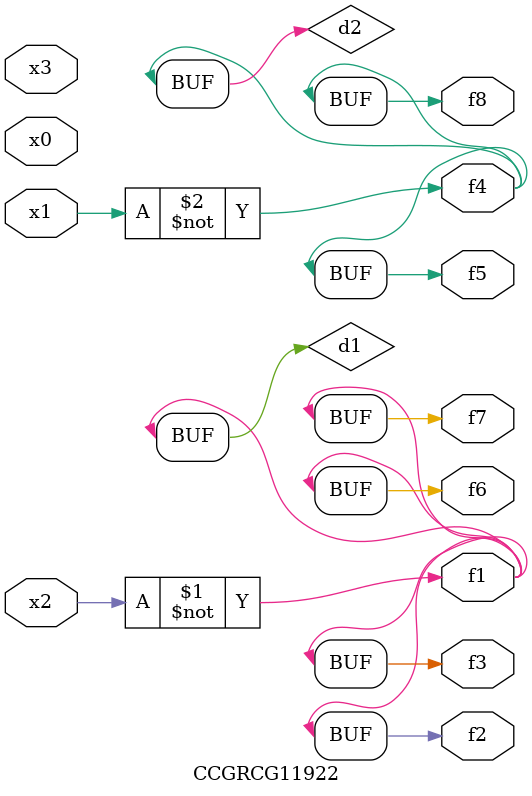
<source format=v>
module CCGRCG11922(
	input x0, x1, x2, x3,
	output f1, f2, f3, f4, f5, f6, f7, f8
);

	wire d1, d2;

	xnor (d1, x2);
	not (d2, x1);
	assign f1 = d1;
	assign f2 = d1;
	assign f3 = d1;
	assign f4 = d2;
	assign f5 = d2;
	assign f6 = d1;
	assign f7 = d1;
	assign f8 = d2;
endmodule

</source>
